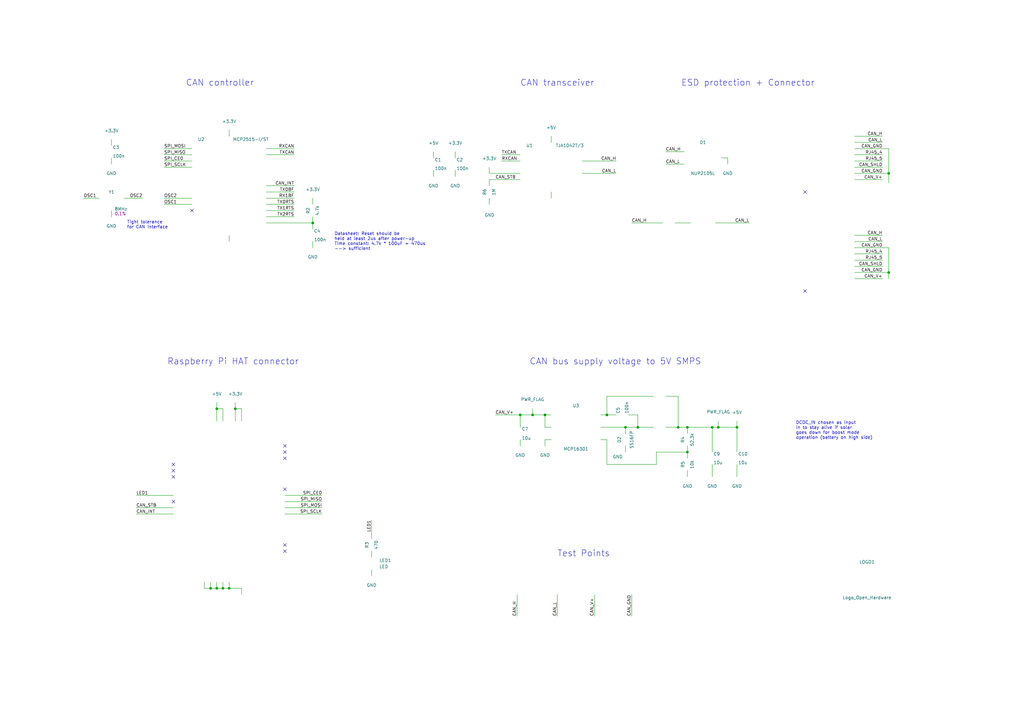
<source format=kicad_sch>
(kicad_sch (version 20230121) (generator eeschema)
  (paper "A3")
  (title_block (title "Libre Solar CAN interface for Raspberry Pi (Zero W)") (date "2017-11-20") (rev "0.1") (company "Libre Solar") (comment 1 "Author: Martin Jäger"))
  (lib_symbols)
  (junction (at 248.92 170.18))
  (junction (at 88.9 167.64))
  (junction (at 86.36 241.3))
  (junction (at 218.44 170.18))
  (junction (at 281.94 185.42))
  (junction (at 261.62 175.26))
  (junction (at 223.52 170.18))
  (junction (at 294.64 175.26))
  (junction (at 364.49 111.76))
  (junction (at 91.44 241.3))
  (junction (at 128.27 91.44))
  (junction (at 213.36 170.18))
  (junction (at 256.54 175.26))
  (junction (at 281.94 175.26))
  (junction (at 88.9 241.3))
  (junction (at 292.1 175.26))
  (junction (at 364.49 71.12))
  (junction (at 278.13 175.26))
  (junction (at 93.98 241.3))
  (junction (at 96.52 167.64))
  (junction (at 302.26 175.26))
  (no_connect (at 71.12 205.74))
  (no_connect (at 71.12 193.04))
  (no_connect (at 116.84 185.42))
  (no_connect (at 330.2 119.38))
  (no_connect (at 116.84 226.06))
  (no_connect (at 330.2 78.74))
  (no_connect (at 116.84 182.88))
  (no_connect (at 116.84 187.96))
  (no_connect (at 71.12 195.58))
  (no_connect (at 71.12 190.5))
  (no_connect (at 116.84 223.52))
  (no_connect (at 116.84 200.66))
  (no_connect (at 78.74 86.36))
  (wire (pts (xy 78.74 68.58) (xy 67.31 68.58)))
  (wire (pts (xy 238.76 66.04) (xy 252.73 66.04)))
  (wire (pts (xy 45.72 59.69) (xy 45.72 57.15)))
  (wire (pts (xy 91.44 167.64) (xy 91.44 172.72)))
  (wire (pts (xy 294.64 172.72) (xy 294.64 175.26)))
  (wire (pts (xy 350.52 114.3) (xy 361.95 114.3)))
  (wire (pts (xy 213.36 170.18) (xy 218.44 170.18)))
  (wire (pts (xy 78.74 63.5) (xy 67.31 63.5)))
  (wire (pts (xy 128.27 91.44) (xy 128.27 93.98)))
  (wire (pts (xy 281.94 195.58) (xy 281.94 193.04)))
  (wire (pts (xy 152.4 220.98) (xy 152.4 213.36)))
  (wire (pts (xy 213.36 66.04) (xy 205.74 66.04)))
  (wire (pts (xy 302.26 172.72) (xy 302.26 175.26)))
  (wire (pts (xy 78.74 83.82) (xy 67.31 83.82)))
  (wire (pts (xy 295.91 64.77) (xy 298.45 64.77)))
  (wire (pts (xy 246.38 180.34) (xy 248.92 180.34)))
  (wire (pts (xy 248.92 180.34) (xy 248.92 190.5)))
  (wire (pts (xy 83.82 238.76) (xy 83.82 241.3)))
  (wire (pts (xy 278.13 162.56) (xy 278.13 175.26)))
  (wire (pts (xy 302.26 175.26) (xy 302.26 185.42)))
  (wire (pts (xy 350.52 68.58) (xy 361.95 68.58)))
  (wire (pts (xy 93.98 55.88) (xy 93.98 53.34)))
  (wire (pts (xy 213.36 182.88) (xy 213.36 180.34)))
  (wire (pts (xy 294.64 175.26) (xy 302.26 175.26)))
  (wire (pts (xy 292.1 175.26) (xy 294.64 175.26)))
  (wire (pts (xy 271.78 91.44) (xy 259.08 91.44)))
  (wire (pts (xy 350.52 111.76) (xy 364.49 111.76)))
  (wire (pts (xy 350.52 66.04) (xy 361.95 66.04)))
  (wire (pts (xy 267.97 162.56) (xy 248.92 162.56)))
  (wire (pts (xy 99.06 241.3) (xy 99.06 243.84)))
  (wire (pts (xy 91.44 238.76) (xy 91.44 241.3)))
  (wire (pts (xy 88.9 165.1) (xy 88.9 167.64)))
  (wire (pts (xy 293.37 91.44) (xy 307.34 91.44)))
  (wire (pts (xy 96.52 167.64) (xy 99.06 167.64)))
  (wire (pts (xy 350.52 106.68) (xy 361.95 106.68)))
  (wire (pts (xy 298.45 64.77) (xy 298.45 67.31)))
  (wire (pts (xy 116.84 205.74) (xy 132.08 205.74)))
  (wire (pts (xy 276.86 91.44) (xy 283.21 91.44)))
  (wire (pts (xy 280.67 67.31) (xy 273.05 67.31)))
  (wire (pts (xy 99.06 167.64) (xy 99.06 172.72)))
  (wire (pts (xy 116.84 210.82) (xy 132.08 210.82)))
  (wire (pts (xy 186.69 72.39) (xy 186.69 69.85)))
  (wire (pts (xy 88.9 238.76) (xy 88.9 241.3)))
  (wire (pts (xy 228.6 243.84) (xy 228.6 252.73)))
  (wire (pts (xy 109.22 83.82) (xy 120.65 83.82)))
  (wire (pts (xy 218.44 170.18) (xy 223.52 170.18)))
  (wire (pts (xy 223.52 180.34) (xy 223.52 182.88)))
  (wire (pts (xy 71.12 208.28) (xy 55.88 208.28)))
  (wire (pts (xy 45.72 67.31) (xy 45.72 64.77)))
  (wire (pts (xy 364.49 71.12) (xy 364.49 74.93)))
  (wire (pts (xy 86.36 238.76) (xy 86.36 241.3)))
  (wire (pts (xy 259.08 243.84) (xy 259.08 252.73)))
  (wire (pts (xy 223.52 170.18) (xy 226.06 170.18)))
  (wire (pts (xy 364.49 111.76) (xy 364.49 114.3)))
  (wire (pts (xy 88.9 241.3) (xy 91.44 241.3)))
  (wire (pts (xy 246.38 170.18) (xy 248.92 170.18)))
  (wire (pts (xy 152.4 233.68) (xy 152.4 236.22)))
  (wire (pts (xy 96.52 167.64) (xy 96.52 172.72)))
  (wire (pts (xy 116.84 203.2) (xy 132.08 203.2)))
  (wire (pts (xy 350.52 101.6) (xy 364.49 101.6)))
  (wire (pts (xy 350.52 71.12) (xy 364.49 71.12)))
  (wire (pts (xy 213.36 71.12) (xy 200.66 71.12)))
  (wire (pts (xy 109.22 81.28) (xy 120.65 81.28)))
  (wire (pts (xy 261.62 170.18) (xy 261.62 175.26)))
  (wire (pts (xy 248.92 170.18) (xy 252.73 170.18)))
  (wire (pts (xy 71.12 210.82) (xy 55.88 210.82)))
  (wire (pts (xy 91.44 241.3) (xy 93.98 241.3)))
  (wire (pts (xy 226.06 58.42) (xy 226.06 55.88)))
  (wire (pts (xy 223.52 175.26) (xy 223.52 170.18)))
  (wire (pts (xy 109.22 86.36) (xy 120.65 86.36)))
  (wire (pts (xy 128.27 88.9) (xy 128.27 91.44)))
  (wire (pts (xy 96.52 165.1) (xy 96.52 167.64)))
  (wire (pts (xy 213.36 73.66) (xy 200.66 73.66)))
  (wire (pts (xy 248.92 190.5) (xy 269.24 190.5)))
  (wire (pts (xy 256.54 177.8) (xy 256.54 175.26)))
  (wire (pts (xy 200.66 68.58) (xy 200.66 71.12)))
  (wire (pts (xy 177.8 62.23) (xy 177.8 64.77)))
  (wire (pts (xy 281.94 175.26) (xy 292.1 175.26)))
  (wire (pts (xy 78.74 81.28) (xy 67.31 81.28)))
  (wire (pts (xy 350.52 109.22) (xy 361.95 109.22)))
  (wire (pts (xy 128.27 83.82) (xy 128.27 81.28)))
  (wire (pts (xy 109.22 78.74) (xy 120.65 78.74)))
  (wire (pts (xy 238.76 71.12) (xy 252.73 71.12)))
  (wire (pts (xy 218.44 167.64) (xy 218.44 170.18)))
  (wire (pts (xy 109.22 63.5) (xy 120.65 63.5)))
  (wire (pts (xy 109.22 91.44) (xy 128.27 91.44)))
  (wire (pts (xy 109.22 88.9) (xy 120.65 88.9)))
  (wire (pts (xy 45.72 86.36) (xy 45.72 88.9)))
  (wire (pts (xy 269.24 190.5) (xy 269.24 185.42)))
  (wire (pts (xy 280.67 62.23) (xy 273.05 62.23)))
  (wire (pts (xy 350.52 73.66) (xy 361.95 73.66)))
  (wire (pts (xy 200.66 73.66) (xy 200.66 76.2)))
  (wire (pts (xy 213.36 63.5) (xy 205.74 63.5)))
  (wire (pts (xy 273.05 175.26) (xy 278.13 175.26)))
  (wire (pts (xy 152.4 226.06) (xy 152.4 228.6)))
  (wire (pts (xy 116.84 208.28) (xy 132.08 208.28)))
  (wire (pts (xy 186.69 64.77) (xy 186.69 62.23)))
  (wire (pts (xy 93.98 241.3) (xy 99.06 241.3)))
  (wire (pts (xy 34.29 81.28) (xy 40.64 81.28)))
  (wire (pts (xy 292.1 175.26) (xy 292.1 185.42)))
  (wire (pts (xy 278.13 175.26) (xy 281.94 175.26)))
  (wire (pts (xy 50.8 81.28) (xy 58.42 81.28)))
  (wire (pts (xy 273.05 162.56) (xy 278.13 162.56)))
  (wire (pts (xy 212.09 243.84) (xy 212.09 252.73)))
  (wire (pts (xy 350.52 99.06) (xy 361.95 99.06)))
  (wire (pts (xy 261.62 175.26) (xy 267.97 175.26)))
  (wire (pts (xy 350.52 104.14) (xy 361.95 104.14)))
  (wire (pts (xy 350.52 58.42) (xy 361.95 58.42)))
  (wire (pts (xy 226.06 78.74) (xy 226.06 81.28)))
  (wire (pts (xy 350.52 60.96) (xy 364.49 60.96)))
  (wire (pts (xy 281.94 185.42) (xy 281.94 187.96)))
  (wire (pts (xy 246.38 175.26) (xy 256.54 175.26)))
  (wire (pts (xy 350.52 55.88) (xy 361.95 55.88)))
  (wire (pts (xy 109.22 76.2) (xy 120.65 76.2)))
  (wire (pts (xy 292.1 190.5) (xy 292.1 195.58)))
  (wire (pts (xy 213.36 175.26) (xy 213.36 170.18)))
  (wire (pts (xy 243.84 243.84) (xy 243.84 252.73)))
  (wire (pts (xy 71.12 203.2) (xy 55.88 203.2)))
  (wire (pts (xy 223.52 180.34) (xy 226.06 180.34)))
  (wire (pts (xy 269.24 185.42) (xy 281.94 185.42)))
  (wire (pts (xy 78.74 60.96) (xy 67.31 60.96)))
  (wire (pts (xy 257.81 170.18) (xy 261.62 170.18)))
  (wire (pts (xy 83.82 241.3) (xy 86.36 241.3)))
  (wire (pts (xy 86.36 241.3) (xy 88.9 241.3)))
  (wire (pts (xy 302.26 190.5) (xy 302.26 195.58)))
  (wire (pts (xy 93.98 238.76) (xy 93.98 241.3)))
  (wire (pts (xy 364.49 60.96) (xy 364.49 71.12)))
  (wire (pts (xy 109.22 60.96) (xy 120.65 60.96)))
  (wire (pts (xy 88.9 167.64) (xy 88.9 172.72)))
  (wire (pts (xy 281.94 175.26) (xy 281.94 177.8)))
  (wire (pts (xy 226.06 175.26) (xy 223.52 175.26)))
  (wire (pts (xy 350.52 63.5) (xy 361.95 63.5)))
  (wire (pts (xy 177.8 69.85) (xy 177.8 72.39)))
  (wire (pts (xy 364.49 101.6) (xy 364.49 111.76)))
  (wire (pts (xy 248.92 162.56) (xy 248.92 170.18)))
  (wire (pts (xy 281.94 182.88) (xy 281.94 185.42)))
  (wire (pts (xy 88.9 167.64) (xy 91.44 167.64)))
  (wire (pts (xy 203.2 170.18) (xy 213.36 170.18)))
  (wire (pts (xy 256.54 182.88) (xy 256.54 185.42)))
  (wire (pts (xy 256.54 175.26) (xy 261.62 175.26)))
  (wire (pts (xy 200.66 81.28) (xy 200.66 83.82)))
  (wire (pts (xy 350.52 96.52) (xy 361.95 96.52)))
  (wire (pts (xy 128.27 101.6) (xy 128.27 99.06)))
  (wire (pts (xy 93.98 96.52) (xy 93.98 99.06)))
  (wire (pts (xy 78.74 66.04) (xy 67.31 66.04)))
  (text "ESD protection + Connector" (at 279.4 35.56 0) (effects (font (size 2.54 2.54)) (justify left bottom)))
  (text "CAN bus supply voltage to 5V SMPS" (at 217.17 149.86 0) (effects (font (size 2.54 2.54)) (justify left bottom)))
  (text "Datasheet: Reset should be\nheld at least 2us after power-up\nTime constant: 4.7k * 100uF = 470us\n--> sufficient" (at 137.16 102.87 0) (effects (font (size 1.27 1.27)) (justify left bottom)))
  (text "CAN controller" (at 76.2 35.56 0) (effects (font (size 2.54 2.54)) (justify left bottom)))
  (text "CAN transceiver" (at 213.36 35.56 0) (effects (font (size 2.54 2.54)) (justify left bottom)))
  (text "DCDC_IN chosen as input\nin to stay alive if solar\ngoes down for boost mode\noperation (battery on high side)" (at 326.39 180.34 0) (effects (font (size 1.27 1.27)) (justify left bottom)))
  (text "Tight tolerance\nfor CAN interface" (at 52.07 93.98 0) (effects (font (size 1.27 1.27)) (justify left bottom)))
  (text "Test Points" (at 228.6 228.6 0) (effects (font (size 2.54 2.54)) (justify left bottom)))
  (text "Raspberry Pi HAT connector" (at 68.58 149.86 0) (effects (font (size 2.54 2.54)) (justify left bottom)))
  (label "TX0BF" (at 120.65 78.74 180))
  (label "CAN_SHLD" (at 361.95 68.58 180))
  (label "CAN_L" (at 273.05 67.31 0))
  (label "SPI_MOSI" (at 67.31 60.96 0))
  (label "RJ45_4" (at 361.95 63.5 180))
  (label "CAN_SHLD" (at 361.95 109.22 180))
  (label "RXCAN" (at 205.74 66.04 0))
  (label "CAN_H" (at 252.73 66.04 180))
  (label "CAN_GND" (at 361.95 60.96 180))
  (label "SPI_SCLK" (at 67.31 68.58 0))
  (label "CAN_STB" (at 55.88 208.28 0))
  (label "CAN_V+" (at 361.95 73.66 180))
  (label "CAN_V+" (at 361.95 114.3 180))
  (label "OSC2" (at 58.42 81.28 180))
  (label "OSC1" (at 67.31 83.82 0))
  (label "TX1RTS" (at 120.65 86.36 180))
  (label "CAN_GND" (at 361.95 101.6 180))
  (label "CAN_L" (at 361.95 58.42 180))
  (label "TXCAN" (at 205.74 63.5 0))
  (label "CAN_L" (at 252.73 71.12 180))
  (label "SPI_MISO" (at 132.08 205.74 180))
  (label "CAN_H" (at 273.05 62.23 0))
  (label "SPI_CE0" (at 67.31 66.04 0))
  (label "TX2RTS" (at 120.65 88.9 180))
  (label "CAN_INT" (at 120.65 76.2 180))
  (label "CAN_L" (at 361.95 99.06 180))
  (label "RXCAN" (at 120.65 60.96 180))
  (label "CAN_STB" (at 203.2 73.66 0))
  (label "RJ45_5" (at 361.95 66.04 180))
  (label "TX0RTS" (at 120.65 83.82 180))
  (label "SPI_SCLK" (at 132.08 210.82 180))
  (label "SPI_CE0" (at 132.08 203.2 180))
  (label "CAN_H" (at 259.08 91.44 0))
  (label "RJ45_4" (at 361.95 104.14 180))
  (label "SPI_MISO" (at 67.31 63.5 0))
  (label "RX1BF" (at 120.65 81.28 180))
  (label "CAN_H" (at 212.09 252.73 90))
  (label "CAN_GND" (at 259.08 252.73 90))
  (label "CAN_L" (at 228.6 252.73 90))
  (label "CAN_V+" (at 243.84 252.73 90))
  (label "CAN_V+" (at 203.2 170.18 0))
  (label "OSC1" (at 34.29 81.28 0))
  (label "CAN_GND" (at 361.95 71.12 180))
  (label "LED1" (at 152.4 213.36 270))
  (label "CAN_H" (at 361.95 96.52 180))
  (label "SPI_MOSI" (at 132.08 208.28 180))
  (label "LED1" (at 55.88 203.2 0))
  (label "CAN_L" (at 307.34 91.44 180))
  (label "TXCAN" (at 120.65 63.5 180))
  (label "CAN_H" (at 361.95 55.88 180))
  (label "CAN_INT" (at 55.88 210.82 0))
  (label "OSC2" (at 67.31 81.28 0))
  (label "CAN_GND" (at 361.95 111.76 180))
  (label "RJ45_5" (at 361.95 106.68 180))
  (symbol (lib_id "Connector:RJ45") (at 339.09 64.77 90) (mirror x) (unit 1)
    (property "Reference" "J1" (at 339.217 50.165 90))
    (property "Value" "RJ45" (at 339.217 52.4764 90))
    (property "Footprint" "LibreSolar:RJ45_8P8C" (effects hide))
  )
  (symbol (lib_id "Connector:RJ45") (at 339.09 105.41 90) (mirror x) (unit 1)
    (property "Reference" "J2" (at 339.217 90.805 90))
    (property "Value" "RJ45" (at 339.217 93.1164 90))
    (property "Footprint" "LibreSolar:RJ45_8P8C" (effects hide))
  )
  (symbol (lib_id "Connector:Test_Point") (at 212.09 243.84 0) (unit 1)
    (property "Reference" "TP1" (at 213.5632 240.792 0) (effects (justify left)))
    (property "Value" "CANH" (at 213.5632 243.1034 0) (effects (justify left)))
    (property "Footprint" "Measurement_Points:Test_Point_Keystone_5000-5004_Miniature" (effects hide))
  )
  (symbol (lib_id "Connector:Test_Point") (at 228.6 243.84 0) (unit 1)
    (property "Reference" "TP2" (at 230.0732 240.792 0) (effects (justify left)))
    (property "Value" "CANL" (at 230.0732 243.1034 0) (effects (justify left)))
    (property "Footprint" "Measurement_Points:Test_Point_Keystone_5000-5004_Miniature" (effects hide))
  )
  (symbol (lib_id "Connector:Test_Point") (at 243.84 243.84 0) (unit 1)
    (property "Reference" "TP3" (at 245.3132 240.792 0) (effects (justify left)))
    (property "Value" "V+" (at 245.3132 243.1034 0) (effects (justify left)))
    (property "Footprint" "Measurement_Points:Test_Point_Keystone_5000-5004_Miniature" (effects hide))
  )
  (symbol (lib_id "Connector:Test_Point") (at 259.08 243.84 0) (unit 1)
    (property "Reference" "TP4" (at 260.5532 240.792 0) (effects (justify left)))
    (property "Value" "GND" (at 260.5532 243.1034 0) (effects (justify left)))
    (property "Footprint" "Measurement_Points:Test_Point_Keystone_5000-5004_Miniature" (effects hide))
  )
  (symbol (lib_id "Switch:SW_SPST") (at 288.29 91.44 0) (unit 1)
    (property "Reference" "SW1" (at 288.29 85.471 0))
    (property "Value" "SW_SPST" (at 288.29 87.7824 0))
    (property "Footprint" "Pin_Headers:Pin_Header_Angled_1x02_Pitch2.54mm" (effects hide))
  )
  (symbol (lib_id "LibreSolar:MCP2515-E_ST") (at 93.98 76.2 0) (unit 1)
    (property "Reference" "U2" (at 82.55 57.15 0))
    (property "Value" "MCP2515-I/ST" (at 102.87 57.15 0))
    (property "Footprint" "Housings_SSOP:TSSOP-20_4.4x6.5mm_Pitch0.65mm" (effects hide))
    (property "Datasheet" "http://ww1.microchip.com/downloads/en/DeviceDoc/21801e.pdf" (effects hide))
  )
  (symbol (lib_id "interface:TJA1049T-3") (at 226.06 68.58 0) (unit 1)
    (property "Reference" "U1" (at 217.17 59.69 0))
    (property "Value" "TJA1042T/3" (at 233.68 59.69 0))
    (property "Footprint" "Housings_SOIC:SOIC-8_3.9x4.9mm_Pitch1.27mm" (effects hide))
    (property "Datasheet" "http://www.nxp.com/documents/data_sheet/TJA1049.pdf" (effects hide))
  )
  (symbol (lib_id "power:GND") (at 45.72 88.9 0) (unit 1)
    (property "Reference" "#PWR01" (effects hide))
    (property "Value" "GND" (at 45.72 92.71 0))
  )
  (symbol (lib_id "IEC-60617:Resonator") (at 45.72 81.28 0) (unit 1)
    (property "Reference" "Y1" (at 45.72 78.74 0))
    (property "Value" "8MHz" (at 46.99 85.725 0) (effects (justify left)))
    (property "Footprint" "LibreSolar:Resonator_Murata_CSTCE" (effects hide))
    (property "Manufacturer" "Murata" (effects hide))
    (property "PartNumber" "CSTCE8M00G15C99-R0" (effects hide))
    (property "Remarks" "0.1% tolerance" (effects hide))
    (property "Tolerance" "0.1%" (at 46.99 87.63 0) (effects (justify left)))
  )
  (symbol (lib_id "power:GND") (at 152.4 236.22 0) (unit 1)
    (property "Reference" "#PWR02" (effects hide))
    (property "Value" "GND" (at 152.4 240.03 0))
  )
  (symbol (lib_id "IEC-60617:R") (at 152.4 223.52 0) (mirror x) (unit 1)
    (property "Reference" "R3" (at 150.495 223.52 90))
    (property "Value" "470" (at 154.305 223.52 90))
    (property "Footprint" "LibreSolar:R_0603_1608" (effects hide))
    (property "Manufacturer" "Yageo" (effects hide))
    (property "PartNumber" "RC0603FR-07470RL" (effects hide))
  )
  (symbol (lib_id "IEC-60617:LED") (at 152.4 231.14 0) (unit 1)
    (property "Reference" "LED1" (at 155.575 229.87 0) (effects (justify left)))
    (property "Value" "LED" (at 155.575 232.41 0) (effects (justify left)))
    (property "Footprint" "LEDs:LED_0603" (effects hide))
  )
  (symbol (lib_id "power:+3.3V") (at 186.69 62.23 0) (unit 1)
    (property "Reference" "#PWR012" (effects hide))
    (property "Value" "+3.3V" (at 186.69 58.674 0))
  )
  (symbol (lib_id "power:+5V") (at 177.8 62.23 0) (unit 1)
    (property "Reference" "#PWR013" (effects hide))
    (property "Value" "+5V" (at 177.8 58.674 0))
  )
  (symbol (lib_id "power:GND") (at 186.69 72.39 0) (unit 1)
    (property "Reference" "#PWR014" (effects hide))
    (property "Value" "GND" (at 186.69 76.2 0))
  )
  (symbol (lib_id "power:GND") (at 177.8 72.39 0) (unit 1)
    (property "Reference" "#PWR015" (effects hide))
    (property "Value" "GND" (at 177.8 76.2 0))
  )
  (symbol (lib_id "power:GND") (at 298.45 67.31 0) (unit 1)
    (property "Reference" "#PWR016" (effects hide))
    (property "Value" "GND" (at 298.45 71.12 0))
  )
  (symbol (lib_id "IEC-60617:C") (at 186.69 67.31 0) (unit 1)
    (property "Reference" "C2" (at 187.198 65.532 0) (effects (justify left)))
    (property "Value" "100n" (at 187.198 69.088 0) (effects (justify left)))
    (property "Footprint" "LibreSolar:C_0603_1608" (effects hide))
    (property "Manufacturer" "Murata" (effects hide))
    (property "PartNumber" "GRM188R71H104KA93D" (effects hide))
  )
  (symbol (lib_id "IEC-60617:C") (at 177.8 67.31 0) (unit 1)
    (property "Reference" "C1" (at 178.308 65.532 0) (effects (justify left)))
    (property "Value" "100n" (at 178.308 69.088 0) (effects (justify left)))
    (property "Footprint" "LibreSolar:C_0603_1608" (effects hide))
    (property "Manufacturer" "Murata" (effects hide))
    (property "PartNumber" "GRM188R71H104KA93D" (effects hide))
  )
  (symbol (lib_id "LibreSolar:NUP2105L") (at 288.29 64.77 0) (unit 1)
    (property "Reference" "D1" (at 288.29 58.42 0))
    (property "Value" "NUP2105L" (at 288.29 71.12 0))
    (property "Footprint" "LibreSolar:SOT-23" (effects hide))
    (property "Manufacturer" "ON Semiconductor" (effects hide))
    (property "PartNumber" "NUP2105LT1G" (effects hide))
  )
  (symbol (lib_id "power:GND") (at 302.26 195.58 0) (unit 1)
    (property "Reference" "#PWR03" (effects hide))
    (property "Value" "GND" (at 302.26 199.39 0))
  )
  (symbol (lib_id "power:GND") (at 292.1 195.58 0) (unit 1)
    (property "Reference" "#PWR04" (effects hide))
    (property "Value" "GND" (at 292.1 199.39 0))
  )
  (symbol (lib_id "power:GND") (at 281.94 195.58 0) (unit 1)
    (property "Reference" "#PWR05" (effects hide))
    (property "Value" "GND" (at 281.94 199.39 0))
  )
  (symbol (lib_id "power:GND") (at 256.54 185.42 0) (unit 1)
    (property "Reference" "#PWR06" (effects hide))
    (property "Value" "GND" (at 253.365 187.325 0))
  )
  (symbol (lib_id "power:GND") (at 213.36 182.88 0) (unit 1)
    (property "Reference" "#PWR07" (effects hide))
    (property "Value" "GND" (at 213.36 186.69 0))
  )
  (symbol (lib_id "power:GND") (at 223.52 182.88 0) (unit 1)
    (property "Reference" "#PWR08" (effects hide))
    (property "Value" "GND" (at 223.52 186.69 0))
  )
  (symbol (lib_id "IEC-60617:R") (at 281.94 190.5 0) (unit 1)
    (property "Reference" "R5" (at 280.035 190.5 90))
    (property "Value" "10k" (at 283.845 190.5 90))
    (property "Footprint" "LibreSolar:R_0603_1608" (effects hide))
    (property "Manufacturer" "Yageo" (effects hide))
    (property "PartNumber" "RC0603FR-0710KL" (effects hide))
  )
  (symbol (lib_id "IEC-60617:C") (at 302.26 187.96 0) (unit 1)
    (property "Reference" "C10" (at 302.768 186.182 0) (effects (justify left)))
    (property "Value" "10u" (at 302.768 189.738 0) (effects (justify left)))
    (property "Footprint" "LibreSolar:C_0805_2012" (effects hide))
    (property "Manufacturer" "Murata" (effects hide))
    (property "PartNumber" "GRM21BR61E106KA73L" (effects hide))
  )
  (symbol (lib_id "IEC-60617:C") (at 292.1 187.96 0) (unit 1)
    (property "Reference" "C9" (at 292.608 186.182 0) (effects (justify left)))
    (property "Value" "10u" (at 292.608 189.738 0) (effects (justify left)))
    (property "Footprint" "LibreSolar:C_0805_2012" (effects hide))
    (property "Manufacturer" "Murata" (effects hide))
    (property "PartNumber" "GRM21BR61E106KA73L" (effects hide))
  )
  (symbol (lib_id "IEC-60617:R") (at 281.94 180.34 0) (unit 1)
    (property "Reference" "R4" (at 280.035 180.34 90))
    (property "Value" "52.3k" (at 283.845 180.34 90))
    (property "Footprint" "LibreSolar:R_0603_1608" (effects hide))
    (property "Manufacturer" "Yageo" (effects hide))
    (property "PartNumber" "RC0603FR-0752K3L" (effects hide))
  )
  (symbol (lib_id "IEC-60617:D_Schottky") (at 256.54 180.34 90) (mirror x) (unit 1)
    (property "Reference" "D2" (at 254 180.34 0))
    (property "Value" "SS16FP" (at 259.08 180.34 0))
    (property "Footprint" "Diodes_SMD:D_PowerDI-123" (effects hide))
    (property "Manufacturer" "Diodes Inc." (effects hide))
    (property "PartNumber" "SS16FP" (effects hide))
    (property "Alternative" "DFLS160-7" (effects hide))
  )
  (symbol (lib_id "IEC-60617:C") (at 255.27 170.18 90) (unit 1)
    (property "Reference" "C5" (at 253.492 169.672 0) (effects (justify left)))
    (property "Value" "100n" (at 257.048 169.672 0) (effects (justify left)))
    (property "Footprint" "LibreSolar:C_0603_1608" (effects hide))
    (property "Manufacturer" "Murata" (effects hide))
    (property "PartNumber" "GRM188R71H104KA93D" (effects hide))
  )
  (symbol (lib_id "IEC-60617:C") (at 213.36 177.8 0) (unit 1)
    (property "Reference" "C7" (at 213.995 175.895 0) (effects (justify left)))
    (property "Value" "10u" (at 213.995 179.705 0) (effects (justify left)))
    (property "Footprint" "LibreSolar:C_0805_2012" (effects hide))
    (property "Manufacturer" "Murata" (effects hide))
    (property "PartNumber" "GRM21BR61E106KA73L" (effects hide))
    (property "Remarks" "25V, X5R" (effects hide))
  )
  (symbol (lib_id "IEC-60617:L") (at 270.51 175.26 0) (unit 1)
    (property "Reference" "L2" (at 270.51 173.482 0))
    (property "Value" "22uH" (at 270.51 176.53 0))
    (property "Footprint" "LibreSolar:L_WE-TPC-4818" (effects hide))
    (property "Manufacturer" "Bourns" (effects hide))
    (property "PartNumber" "SRR5028-470Y" (effects hide))
    (property "Alternative" "WE-TPC-5828 744053470" (effects hide))
  )
  (symbol (lib_id "LibreSolar:LMR16006") (at 236.22 175.26 0) (unit 1)
    (property "Reference" "U3" (at 236.22 166.37 0))
    (property "Value" "MCP16301" (at 236.22 184.15 0))
    (property "Footprint" "LibreSolar:SOT-23-6" (effects hide))
    (property "Manufacturer" "Microchip" (effects hide))
    (property "PartNumber" "MCP16301" (effects hide))
  )
  (symbol (lib_id "power:PWR_FLAG") (at 294.64 172.72 0) (unit 1)
    (property "Reference" "#FLG01" (effects hide))
    (property "Value" "PWR_FLAG" (at 294.64 168.91 0))
  )
  (symbol (lib_id "power:PWR_FLAG") (at 218.44 167.64 0) (unit 1)
    (property "Reference" "#FLG02" (effects hide))
    (property "Value" "PWR_FLAG" (at 218.44 163.83 0))
  )
  (symbol (lib_id "power:GND") (at 99.06 243.84 0) (unit 1)
    (property "Reference" "#PWR030" (effects hide))
    (property "Value" "GND" (at 99.187 248.2342 0))
  )
  (symbol (lib_id "power:+3.3V") (at 96.52 165.1 0) (unit 1)
    (property "Reference" "#PWR026" (effects hide))
    (property "Value" "+3.3V" (at 96.52 161.544 0))
  )
  (symbol (lib_id "power:+5V") (at 88.9 165.1 0) (unit 1)
    (property "Reference" "#PWR025" (effects hide))
    (property "Value" "+5V" (at 88.9 161.544 0))
  )
  (symbol (lib_id "power:GND") (at 364.49 74.93 0) (unit 1)
    (property "Reference" "#PWR022" (effects hide))
    (property "Value" "GND" (at 364.617 79.3242 0))
  )
  (symbol (lib_id "power:GND") (at 364.49 114.3 0) (unit 1)
    (property "Reference" "#PWR027" (effects hide))
    (property "Value" "GND" (at 364.617 118.6942 0))
  )
  (symbol (lib_id "power:GND") (at 226.06 81.28 0) (unit 1)
    (property "Reference" "#PWR019" (effects hide))
    (property "Value" "GND" (at 226.187 85.6742 0))
  )
  (symbol (lib_id "power:+5V") (at 226.06 55.88 0) (unit 1)
    (property "Reference" "#PWR017" (effects hide))
    (property "Value" "+5V" (at 226.06 52.324 0))
  )
  (symbol (lib_id "power:+3.3V") (at 128.27 81.28 0) (unit 1)
    (property "Reference" "#PWR024" (effects hide))
    (property "Value" "+3.3V" (at 128.27 77.724 0))
  )
  (symbol (lib_id "IEC-60617:R") (at 274.32 91.44 270) (unit 1)
    (property "Reference" "R1" (at 274.32 89.535 90))
    (property "Value" "120" (at 274.32 93.345 90))
    (property "Footprint" "LibreSolar:R_1206_3216" (effects hide))
    (property "Manufacturer" "Yageo" (effects hide))
    (property "PartNumber" "RC1206FR-07120RL" (effects hide))
  )
  (symbol (lib_id "IEC-60617:R") (at 128.27 86.36 0) (unit 1)
    (property "Reference" "R2" (at 126.365 86.36 90))
    (property "Value" "4.7k" (at 130.175 86.36 90))
    (property "Footprint" "LibreSolar:R_0603_1608" (effects hide))
    (property "Manufacturer" "Yageo" (effects hide))
    (property "PartNumber" "RC0603FR-074K7L" (effects hide))
  )
  (symbol (lib_id "power:+3.3V") (at 93.98 53.34 0) (unit 1)
    (property "Reference" "#PWR020" (effects hide))
    (property "Value" "+3.3V" (at 93.98 49.784 0))
  )
  (symbol (lib_id "power:GND") (at 93.98 99.06 0) (unit 1)
    (property "Reference" "#PWR028" (effects hide))
    (property "Value" "GND" (at 93.98 102.87 0))
  )
  (symbol (lib_id "power:+3.3V") (at 45.72 57.15 0) (unit 1)
    (property "Reference" "#PWR021" (effects hide))
    (property "Value" "+3.3V" (at 45.72 53.594 0))
  )
  (symbol (lib_id "power:GND") (at 45.72 67.31 0) (unit 1)
    (property "Reference" "#PWR023" (effects hide))
    (property "Value" "GND" (at 45.72 71.12 0))
  )
  (symbol (lib_id "IEC-60617:C") (at 45.72 62.23 0) (unit 1)
    (property "Reference" "C3" (at 46.228 60.452 0) (effects (justify left)))
    (property "Value" "100n" (at 46.228 64.008 0) (effects (justify left)))
    (property "Footprint" "LibreSolar:C_0603_1608" (effects hide))
    (property "Manufacturer" "Murata" (effects hide))
    (property "PartNumber" "GRM188R71H104KA93D" (effects hide))
  )
  (symbol (lib_id "power:GND") (at 128.27 101.6 0) (unit 1)
    (property "Reference" "#PWR029" (effects hide))
    (property "Value" "GND" (at 128.27 105.41 0))
  )
  (symbol (lib_id "IEC-60617:C") (at 128.27 96.52 0) (unit 1)
    (property "Reference" "C4" (at 128.778 94.742 0) (effects (justify left)))
    (property "Value" "100n" (at 128.778 98.298 0) (effects (justify left)))
    (property "Footprint" "LibreSolar:C_0603_1608" (effects hide))
    (property "Manufacturer" "Murata" (effects hide))
    (property "PartNumber" "GRM188R71H104KA93D" (effects hide))
  )
  (symbol (lib_id "power:+3.3V") (at 200.66 68.58 0) (unit 1)
    (property "Reference" "#PWR018" (effects hide))
    (property "Value" "+3.3V" (at 200.66 65.024 0))
  )
  (symbol (lib_id "LibreSolar:LIBRESOLAR_LOGO") (at 369.57 246.38 0) (unit 1)
    (property "Reference" "N1" (effects hide))
    (property "Value" "LIBRESOLAR_LOGO" (effects hide))
    (property "Footprint" "LibreSolar:LIBRESOLAR_LOGO" (effects hide))
  )
  (symbol (lib_id "Graphic:Logo_Open_Hardware_Small") (at 355.6 237.49 0) (unit 1)
    (property "Reference" "LOGO1" (at 355.6 230.505 0))
    (property "Value" "Logo_Open_Hardware" (at 355.6 245.11 0))
    (property "Footprint" "Symbols:OSHW-Logo2_9.8x8mm_SilkScreen" (effects hide))
  )
  (symbol (lib_id "IEC-60617:D") (at 270.51 162.56 0) (unit 1)
    (property "Reference" "D3" (at 270.51 157.0736 0))
    (property "Value" "1N4148W" (at 270.51 159.385 0))
    (property "Footprint" "LibreSolar:D_SOD-123" (effects hide))
  )
  (symbol (lib_id "power:+5V") (at 302.26 172.72 0) (unit 1)
    (property "Reference" "#PWR09" (effects hide))
    (property "Value" "+5V" (at 302.26 169.164 0))
  )
  (symbol (lib_id "IEC-60617:R") (at 200.66 78.74 0) (unit 1)
    (property "Reference" "R6" (at 198.755 78.74 90))
    (property "Value" "1M" (at 202.565 78.74 90))
    (property "Footprint" "LibreSolar:R_0603_1608" (effects hide))
    (property "Manufacturer" "Yageo" (effects hide))
    (property "PartNumber" "RC0603FR-071ML" (effects hide))
  )
  (symbol (lib_id "power:GND") (at 200.66 83.82 0) (unit 1)
    (property "Reference" "#PWR010" (effects hide))
    (property "Value" "GND" (at 200.787 88.2142 0))
  )
  (symbol (lib_id "LibreSolar:Raspberry_Pi_HAT_26p") (at 93.98 205.74 0) (unit 1)
    (property "Reference" "J3" (at 74.93 173.99 0))
    (property "Value" "Raspberry_Pi_HAT_26p" (at 114.3 173.99 0))
    (property "Footprint" "Socket_Strips:Socket_Strip_Straight_2x13_Pitch2.54mm" (effects hide))
    (property "Datasheet" "https://www.raspberrypi.org/documentation/hardware/raspberrypi/schematics/RPI-3B-V1_2-SCHEMATIC-REDUCED.pdf" (effects hide))
  )
)
</source>
